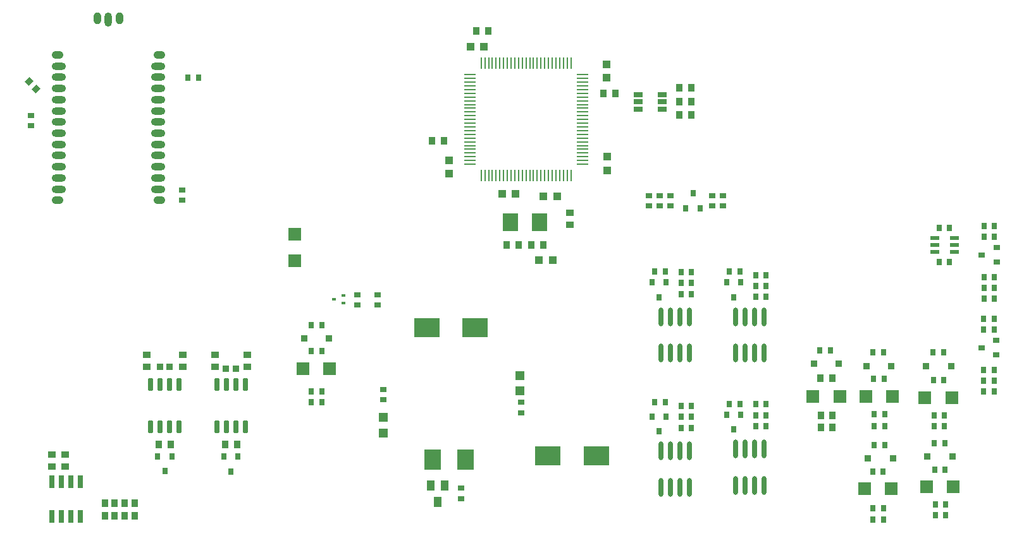
<source format=gtp>
G04*
G04 #@! TF.GenerationSoftware,Altium Limited,Altium Designer,21.8.1 (53)*
G04*
G04 Layer_Color=8421504*
%FSLAX25Y25*%
%MOIN*%
G70*
G04*
G04 #@! TF.SameCoordinates,51FB6EBF-7DE9-4BFC-9D62-BDCD563EF873*
G04*
G04*
G04 #@! TF.FilePolarity,Positive*
G04*
G01*
G75*
%ADD21R,0.04724X0.04724*%
%ADD22R,0.03543X0.03150*%
%ADD23R,0.13780X0.09843*%
%ADD24R,0.03150X0.03543*%
%ADD25R,0.06693X0.06614*%
%ADD26R,0.03347X0.03347*%
%ADD27R,0.06614X0.06693*%
%ADD28R,0.02000X0.01402*%
%ADD29R,0.03150X0.03543*%
%ADD30R,0.03543X0.03937*%
%ADD31R,0.03347X0.03740*%
%ADD32R,0.04331X0.04331*%
%ADD33O,0.06102X0.00984*%
%ADD34O,0.00984X0.06102*%
%ADD35R,0.03937X0.03543*%
%ADD36R,0.02835X0.07008*%
%ADD37R,0.04331X0.04331*%
G04:AMPARAMS|DCode=38|XSize=35.43mil|YSize=31.5mil|CornerRadius=0mil|HoleSize=0mil|Usage=FLASHONLY|Rotation=45.000|XOffset=0mil|YOffset=0mil|HoleType=Round|Shape=Rectangle|*
%AMROTATEDRECTD38*
4,1,4,-0.00139,-0.02366,-0.02366,-0.00139,0.00139,0.02366,0.02366,0.00139,-0.00139,-0.02366,0.0*
%
%ADD38ROTATEDRECTD38*%

%ADD39R,0.04724X0.02756*%
%ADD40R,0.07874X0.09449*%
G04:AMPARAMS|DCode=41|XSize=25.59mil|YSize=64.96mil|CornerRadius=1.92mil|HoleSize=0mil|Usage=FLASHONLY|Rotation=0.000|XOffset=0mil|YOffset=0mil|HoleType=Round|Shape=RoundedRectangle|*
%AMROUNDEDRECTD41*
21,1,0.02559,0.06112,0,0,0.0*
21,1,0.02175,0.06496,0,0,0.0*
1,1,0.00384,0.01088,-0.03056*
1,1,0.00384,-0.01088,-0.03056*
1,1,0.00384,-0.01088,0.03056*
1,1,0.00384,0.01088,0.03056*
%
%ADD41ROUNDEDRECTD41*%
%ADD42R,0.03937X0.05512*%
%ADD43O,0.02756X0.09843*%
%ADD44R,0.04803X0.02441*%
%ADD45R,0.03543X0.03150*%
G04:AMPARAMS|DCode=46|XSize=39.37mil|YSize=62.99mil|CornerRadius=19.68mil|HoleSize=0mil|Usage=FLASHONLY|Rotation=180.000|XOffset=0mil|YOffset=0mil|HoleType=Round|Shape=RoundedRectangle|*
%AMROUNDEDRECTD46*
21,1,0.03937,0.02362,0,0,180.0*
21,1,0.00000,0.06299,0,0,180.0*
1,1,0.03937,0.00000,0.01181*
1,1,0.03937,0.00000,0.01181*
1,1,0.03937,0.00000,-0.01181*
1,1,0.03937,0.00000,-0.01181*
%
%ADD46ROUNDEDRECTD46*%
G04:AMPARAMS|DCode=47|XSize=39.37mil|YSize=74.8mil|CornerRadius=19.68mil|HoleSize=0mil|Usage=FLASHONLY|Rotation=180.000|XOffset=0mil|YOffset=0mil|HoleType=Round|Shape=RoundedRectangle|*
%AMROUNDEDRECTD47*
21,1,0.03937,0.03543,0,0,180.0*
21,1,0.00000,0.07480,0,0,180.0*
1,1,0.03937,0.00000,0.01772*
1,1,0.03937,0.00000,0.01772*
1,1,0.03937,0.00000,-0.01772*
1,1,0.03937,0.00000,-0.01772*
%
%ADD47ROUNDEDRECTD47*%
G04:AMPARAMS|DCode=48|XSize=39.37mil|YSize=74.8mil|CornerRadius=19.68mil|HoleSize=0mil|Usage=FLASHONLY|Rotation=270.000|XOffset=0mil|YOffset=0mil|HoleType=Round|Shape=RoundedRectangle|*
%AMROUNDEDRECTD48*
21,1,0.03937,0.03543,0,0,270.0*
21,1,0.00000,0.07480,0,0,270.0*
1,1,0.03937,-0.01772,0.00000*
1,1,0.03937,-0.01772,0.00000*
1,1,0.03937,0.01772,0.00000*
1,1,0.03937,0.01772,0.00000*
%
%ADD48ROUNDEDRECTD48*%
G04:AMPARAMS|DCode=49|XSize=39.37mil|YSize=62.99mil|CornerRadius=19.68mil|HoleSize=0mil|Usage=FLASHONLY|Rotation=270.000|XOffset=0mil|YOffset=0mil|HoleType=Round|Shape=RoundedRectangle|*
%AMROUNDEDRECTD49*
21,1,0.03937,0.02362,0,0,270.0*
21,1,0.00000,0.06299,0,0,270.0*
1,1,0.03937,-0.01181,0.00000*
1,1,0.03937,-0.01181,0.00000*
1,1,0.03937,0.01181,0.00000*
1,1,0.03937,0.01181,0.00000*
%
%ADD49ROUNDEDRECTD49*%
%ADD50R,0.08504X0.11024*%
D21*
X612992Y395588D02*
D03*
Y403855D02*
D03*
X541142Y373487D02*
D03*
Y381755D02*
D03*
D22*
X613796Y384055D02*
D03*
Y389567D02*
D03*
X527559Y440945D02*
D03*
Y446457D02*
D03*
X538189Y440945D02*
D03*
Y446457D02*
D03*
X720062Y498819D02*
D03*
Y493307D02*
D03*
X714337Y498819D02*
D03*
Y493307D02*
D03*
X692503Y498819D02*
D03*
Y493307D02*
D03*
X686777Y493307D02*
D03*
Y498819D02*
D03*
X681052Y498819D02*
D03*
Y493307D02*
D03*
X541142Y390945D02*
D03*
Y396457D02*
D03*
X582103Y344291D02*
D03*
Y338779D02*
D03*
X355315Y541142D02*
D03*
Y535630D02*
D03*
X435039Y496260D02*
D03*
Y501772D02*
D03*
D23*
X627756Y361221D02*
D03*
X653346D02*
D03*
X563976Y429134D02*
D03*
X589567D02*
D03*
D24*
X503150Y389617D02*
D03*
X508661D02*
D03*
Y416584D02*
D03*
X503150D02*
D03*
X508661Y395523D02*
D03*
X503150D02*
D03*
X508661Y430397D02*
D03*
X503150D02*
D03*
X836417Y415945D02*
D03*
X830906D02*
D03*
X836614Y401378D02*
D03*
X831102D02*
D03*
X836811Y382874D02*
D03*
X831299D02*
D03*
X836811Y376969D02*
D03*
X831299D02*
D03*
X837008Y368110D02*
D03*
X831496D02*
D03*
X831693Y354134D02*
D03*
X837205D02*
D03*
X804724Y416142D02*
D03*
X799213D02*
D03*
X805118Y401968D02*
D03*
X799606D02*
D03*
X805315Y383268D02*
D03*
X799803D02*
D03*
X805315Y376969D02*
D03*
X799803D02*
D03*
X805315Y367126D02*
D03*
X799803D02*
D03*
X804527Y353150D02*
D03*
X799016D02*
D03*
X776772Y417011D02*
D03*
X771260D02*
D03*
X837598Y335827D02*
D03*
X832087D02*
D03*
X837598Y329921D02*
D03*
X832087D02*
D03*
X804724Y333661D02*
D03*
X799213D02*
D03*
X804724Y327559D02*
D03*
X799213D02*
D03*
X703543Y458481D02*
D03*
X698032D02*
D03*
X698032Y452756D02*
D03*
X703543D02*
D03*
X698032Y446850D02*
D03*
X703543D02*
D03*
Y387615D02*
D03*
X698032D02*
D03*
X698032Y381890D02*
D03*
X703543D02*
D03*
X698032Y375984D02*
D03*
X703543D02*
D03*
X742913Y388599D02*
D03*
X737402D02*
D03*
X737402Y382874D02*
D03*
X742913D02*
D03*
X737402Y376969D02*
D03*
X742913D02*
D03*
Y456743D02*
D03*
X737402D02*
D03*
X737402Y451018D02*
D03*
X742913D02*
D03*
X737402Y445292D02*
D03*
X742913D02*
D03*
X839567Y481710D02*
D03*
X834055D02*
D03*
X839567Y463566D02*
D03*
X834055D02*
D03*
X857480Y395225D02*
D03*
X862992D02*
D03*
X862992Y400951D02*
D03*
X857480D02*
D03*
X857480Y406676D02*
D03*
X862992D02*
D03*
X857480Y428107D02*
D03*
X862992D02*
D03*
X857480Y433833D02*
D03*
X862992D02*
D03*
X857677Y444241D02*
D03*
X863189D02*
D03*
X863189Y449966D02*
D03*
X857677D02*
D03*
X857677Y455692D02*
D03*
X863189D02*
D03*
X857677Y477123D02*
D03*
X863189D02*
D03*
X857677Y482848D02*
D03*
X863189D02*
D03*
X729134Y458695D02*
D03*
X723622D02*
D03*
X729134Y388813D02*
D03*
X723622D02*
D03*
X689764Y458695D02*
D03*
X684252D02*
D03*
X689764Y389764D02*
D03*
X684252D02*
D03*
X438189Y561024D02*
D03*
X443701D02*
D03*
D25*
X512953Y407480D02*
D03*
X498858D02*
D03*
X840709Y392126D02*
D03*
X826614D02*
D03*
X841496Y344882D02*
D03*
X827402D02*
D03*
X809409Y392717D02*
D03*
X795315D02*
D03*
X808819Y343898D02*
D03*
X794724D02*
D03*
X781653Y392717D02*
D03*
X767559D02*
D03*
D26*
X499311Y423490D02*
D03*
X512500D02*
D03*
X827264Y408661D02*
D03*
X840453D02*
D03*
X827854Y361040D02*
D03*
X841043D02*
D03*
X795768Y408875D02*
D03*
X808957D02*
D03*
X796555Y360056D02*
D03*
X809744D02*
D03*
X768012Y410104D02*
D03*
X781201D02*
D03*
D27*
X494488Y464213D02*
D03*
Y478307D02*
D03*
D28*
X515167Y444095D02*
D03*
X520266Y446063D02*
D03*
Y442126D02*
D03*
D29*
X422227Y361170D02*
D03*
X429708D02*
D03*
X457103Y361007D02*
D03*
X464584D02*
D03*
X425968Y353296D02*
D03*
X460844Y353133D02*
D03*
X704331Y500000D02*
D03*
X708071Y492126D02*
D03*
X700591D02*
D03*
X686401Y445194D02*
D03*
X682660Y453068D02*
D03*
X690141D02*
D03*
X686401Y374328D02*
D03*
X682660Y382202D02*
D03*
X690141D02*
D03*
X725771Y375312D02*
D03*
X722030Y383186D02*
D03*
X729511D02*
D03*
X725771Y445194D02*
D03*
X722030Y453068D02*
D03*
X729511D02*
D03*
D30*
X410236Y336417D02*
D03*
Y329724D02*
D03*
X590158Y585663D02*
D03*
X596457D02*
D03*
X663583Y552756D02*
D03*
X657283D02*
D03*
X777756Y402509D02*
D03*
X771457D02*
D03*
X771654Y382874D02*
D03*
X777953D02*
D03*
X771654Y376378D02*
D03*
X777953D02*
D03*
X625591Y472835D02*
D03*
X619291D02*
D03*
X606283D02*
D03*
X612582D02*
D03*
X573032Y527559D02*
D03*
X566732D02*
D03*
X429117Y367486D02*
D03*
X422818D02*
D03*
X703346Y555545D02*
D03*
X697047D02*
D03*
Y548442D02*
D03*
X703346D02*
D03*
Y541339D02*
D03*
X697047D02*
D03*
X457694Y367323D02*
D03*
X463993D02*
D03*
X399606Y329724D02*
D03*
Y336417D02*
D03*
X404751Y329724D02*
D03*
Y336417D02*
D03*
X394462Y329724D02*
D03*
Y336417D02*
D03*
D31*
X463501Y407514D02*
D03*
X458186D02*
D03*
X423310Y408465D02*
D03*
X428625D02*
D03*
D32*
X594291Y577379D02*
D03*
X587205D02*
D03*
X625591Y498228D02*
D03*
X632677D02*
D03*
X610827Y499803D02*
D03*
X603740D02*
D03*
X630315Y464550D02*
D03*
X623228D02*
D03*
D33*
X586713Y515354D02*
D03*
Y517323D02*
D03*
Y519291D02*
D03*
Y521260D02*
D03*
Y523228D02*
D03*
Y525197D02*
D03*
Y527165D02*
D03*
Y529134D02*
D03*
Y531102D02*
D03*
Y533071D02*
D03*
Y535039D02*
D03*
Y537008D02*
D03*
Y538976D02*
D03*
Y540945D02*
D03*
Y542913D02*
D03*
Y544882D02*
D03*
Y546850D02*
D03*
Y548819D02*
D03*
Y550787D02*
D03*
Y552756D02*
D03*
Y554724D02*
D03*
Y556693D02*
D03*
Y558661D02*
D03*
Y560630D02*
D03*
Y562598D02*
D03*
X645965D02*
D03*
Y560630D02*
D03*
Y558661D02*
D03*
Y556693D02*
D03*
Y554724D02*
D03*
Y552756D02*
D03*
Y550787D02*
D03*
Y548819D02*
D03*
Y546850D02*
D03*
Y544882D02*
D03*
Y542913D02*
D03*
Y540945D02*
D03*
Y538976D02*
D03*
Y537008D02*
D03*
Y535039D02*
D03*
Y533071D02*
D03*
Y531102D02*
D03*
Y529134D02*
D03*
Y527165D02*
D03*
Y525197D02*
D03*
Y523228D02*
D03*
Y521260D02*
D03*
Y519291D02*
D03*
Y517323D02*
D03*
Y515354D02*
D03*
D34*
X592717Y568602D02*
D03*
X594685D02*
D03*
X596654D02*
D03*
X598622D02*
D03*
X600591D02*
D03*
X602559D02*
D03*
X604528D02*
D03*
X606496D02*
D03*
X608465D02*
D03*
X610433D02*
D03*
X612402D02*
D03*
X614370D02*
D03*
X616339D02*
D03*
X618307D02*
D03*
X620276D02*
D03*
X622244D02*
D03*
X624213D02*
D03*
X626181D02*
D03*
X628150D02*
D03*
X630118D02*
D03*
X632087D02*
D03*
X634055D02*
D03*
X636024D02*
D03*
X637992D02*
D03*
X639961D02*
D03*
Y509350D02*
D03*
X637992D02*
D03*
X636024D02*
D03*
X634055D02*
D03*
X632087D02*
D03*
X630118D02*
D03*
X628150D02*
D03*
X626181D02*
D03*
X624213D02*
D03*
X622244D02*
D03*
X620276D02*
D03*
X618307D02*
D03*
X616339D02*
D03*
X614370D02*
D03*
X612402D02*
D03*
X610433D02*
D03*
X608465D02*
D03*
X606496D02*
D03*
X604528D02*
D03*
X602559D02*
D03*
X600591D02*
D03*
X598622D02*
D03*
X596654D02*
D03*
X594685D02*
D03*
X592717D02*
D03*
D35*
X366339Y361946D02*
D03*
Y355647D02*
D03*
X639370Y483465D02*
D03*
Y489764D02*
D03*
X373443Y361946D02*
D03*
Y355647D02*
D03*
X435433Y414567D02*
D03*
Y408268D02*
D03*
X416502Y414567D02*
D03*
Y408268D02*
D03*
X452362D02*
D03*
Y414567D02*
D03*
X469325Y408268D02*
D03*
Y414567D02*
D03*
D36*
X381516Y347795D02*
D03*
X376516D02*
D03*
X371516D02*
D03*
X366516D02*
D03*
X381516Y329370D02*
D03*
X376516D02*
D03*
X371516D02*
D03*
X366516D02*
D03*
D37*
X658661Y561040D02*
D03*
Y568127D02*
D03*
X575787Y510433D02*
D03*
Y517520D02*
D03*
X659055Y512205D02*
D03*
Y519291D02*
D03*
D38*
X358248Y555138D02*
D03*
X354350Y559035D02*
D03*
D39*
X675591Y548228D02*
D03*
Y544291D02*
D03*
Y552165D02*
D03*
X688189D02*
D03*
Y544291D02*
D03*
Y548228D02*
D03*
D40*
X623622Y484646D02*
D03*
X608268D02*
D03*
D41*
X418468Y376853D02*
D03*
X423467D02*
D03*
X428468D02*
D03*
X433467D02*
D03*
X418468Y399097D02*
D03*
X423467D02*
D03*
X428468D02*
D03*
X433467D02*
D03*
X468343Y398934D02*
D03*
X463343D02*
D03*
X458344D02*
D03*
X453343D02*
D03*
X468343Y376690D02*
D03*
X463343D02*
D03*
X458344D02*
D03*
X453343D02*
D03*
D42*
X566142Y345866D02*
D03*
X569882Y337205D02*
D03*
X573622Y345866D02*
D03*
D43*
X702382Y434842D02*
D03*
X697382D02*
D03*
X692382D02*
D03*
X687382D02*
D03*
X702382Y415551D02*
D03*
X697382D02*
D03*
X692382D02*
D03*
X687382D02*
D03*
X702382Y363976D02*
D03*
X697382D02*
D03*
X692382D02*
D03*
X687382D02*
D03*
X702382Y344685D02*
D03*
X697382D02*
D03*
X692382D02*
D03*
X687382D02*
D03*
X741752Y364961D02*
D03*
X736752D02*
D03*
X731752D02*
D03*
X726752D02*
D03*
X741752Y345669D02*
D03*
X736752D02*
D03*
X731752D02*
D03*
X726752D02*
D03*
X741752Y434842D02*
D03*
X736752D02*
D03*
X731752D02*
D03*
X726752D02*
D03*
X741752Y415551D02*
D03*
X736752D02*
D03*
X731752D02*
D03*
X726752D02*
D03*
D44*
X842126Y476378D02*
D03*
Y472638D02*
D03*
Y468898D02*
D03*
X831811D02*
D03*
Y472638D02*
D03*
Y476378D02*
D03*
D45*
X856299Y418504D02*
D03*
X864173Y422244D02*
D03*
Y414764D02*
D03*
X856496Y467520D02*
D03*
X864370Y471260D02*
D03*
Y463779D02*
D03*
D46*
X390354Y592323D02*
D03*
X402165D02*
D03*
D47*
X396260Y591732D02*
D03*
D48*
X370079Y567126D02*
D03*
Y561221D02*
D03*
Y555315D02*
D03*
Y549409D02*
D03*
Y543504D02*
D03*
Y537598D02*
D03*
Y531693D02*
D03*
Y525787D02*
D03*
Y519882D02*
D03*
Y513976D02*
D03*
Y508071D02*
D03*
Y502165D02*
D03*
X422441Y567126D02*
D03*
Y561221D02*
D03*
Y555315D02*
D03*
Y549409D02*
D03*
Y543504D02*
D03*
Y537598D02*
D03*
Y531693D02*
D03*
Y525787D02*
D03*
Y519882D02*
D03*
Y513976D02*
D03*
Y508071D02*
D03*
Y502165D02*
D03*
D49*
X369488Y573032D02*
D03*
Y496260D02*
D03*
X423032Y573032D02*
D03*
Y496260D02*
D03*
D50*
X567028Y359252D02*
D03*
X584547D02*
D03*
M02*

</source>
